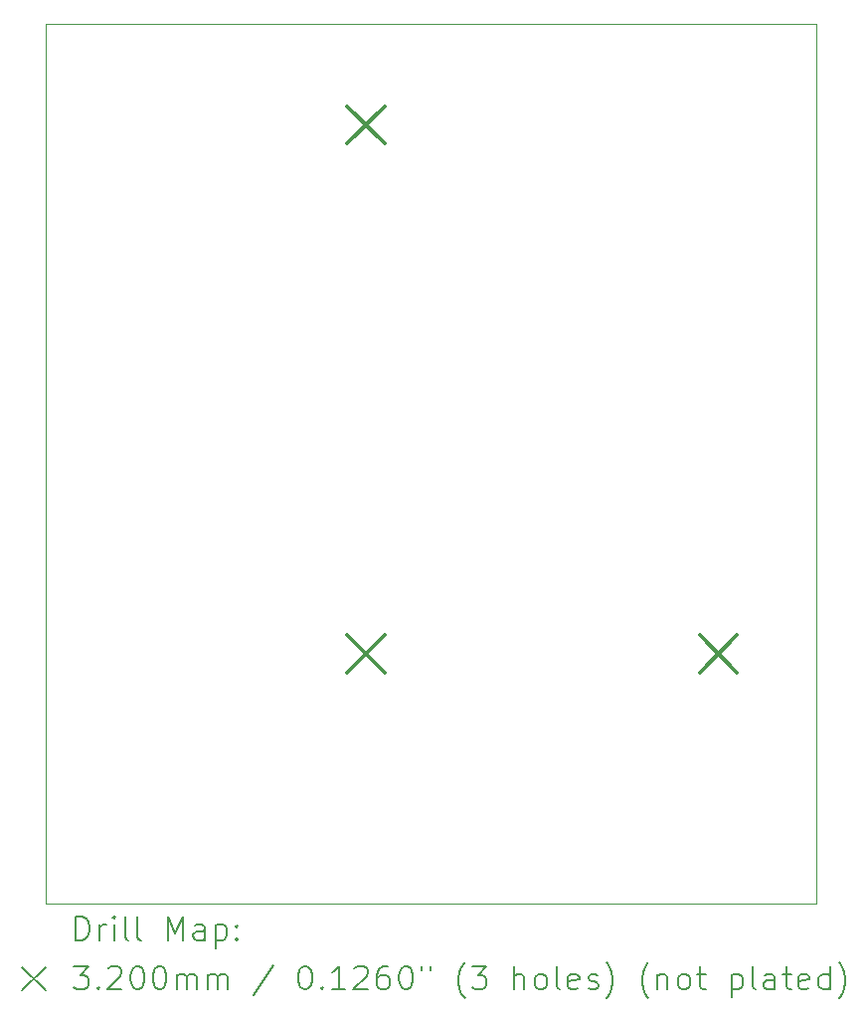
<source format=gbr>
%TF.GenerationSoftware,KiCad,Pcbnew,8.0.3*%
%TF.CreationDate,2025-02-12T02:25:24-08:00*%
%TF.ProjectId,MLU_Breakout,4d4c555f-4272-4656-916b-6f75742e6b69,rev?*%
%TF.SameCoordinates,Original*%
%TF.FileFunction,Drillmap*%
%TF.FilePolarity,Positive*%
%FSLAX45Y45*%
G04 Gerber Fmt 4.5, Leading zero omitted, Abs format (unit mm)*
G04 Created by KiCad (PCBNEW 8.0.3) date 2025-02-12 02:25:24*
%MOMM*%
%LPD*%
G01*
G04 APERTURE LIST*
%ADD10C,0.050000*%
%ADD11C,0.200000*%
%ADD12C,0.320000*%
G04 APERTURE END LIST*
D10*
X13711840Y-6141760D02*
X20271840Y-6141760D01*
X20271840Y-13621760D01*
X13711840Y-13621760D01*
X13711840Y-6141760D01*
D11*
D12*
X16280000Y-6840000D02*
X16600000Y-7160000D01*
X16600000Y-6840000D02*
X16280000Y-7160000D01*
X16280000Y-11340000D02*
X16600000Y-11660000D01*
X16600000Y-11340000D02*
X16280000Y-11660000D01*
X19280000Y-11340000D02*
X19600000Y-11660000D01*
X19600000Y-11340000D02*
X19280000Y-11660000D01*
D11*
X13970117Y-13935744D02*
X13970117Y-13735744D01*
X13970117Y-13735744D02*
X14017736Y-13735744D01*
X14017736Y-13735744D02*
X14046307Y-13745268D01*
X14046307Y-13745268D02*
X14065355Y-13764315D01*
X14065355Y-13764315D02*
X14074879Y-13783363D01*
X14074879Y-13783363D02*
X14084402Y-13821458D01*
X14084402Y-13821458D02*
X14084402Y-13850029D01*
X14084402Y-13850029D02*
X14074879Y-13888125D01*
X14074879Y-13888125D02*
X14065355Y-13907172D01*
X14065355Y-13907172D02*
X14046307Y-13926220D01*
X14046307Y-13926220D02*
X14017736Y-13935744D01*
X14017736Y-13935744D02*
X13970117Y-13935744D01*
X14170117Y-13935744D02*
X14170117Y-13802410D01*
X14170117Y-13840506D02*
X14179641Y-13821458D01*
X14179641Y-13821458D02*
X14189164Y-13811934D01*
X14189164Y-13811934D02*
X14208212Y-13802410D01*
X14208212Y-13802410D02*
X14227260Y-13802410D01*
X14293926Y-13935744D02*
X14293926Y-13802410D01*
X14293926Y-13735744D02*
X14284402Y-13745268D01*
X14284402Y-13745268D02*
X14293926Y-13754791D01*
X14293926Y-13754791D02*
X14303450Y-13745268D01*
X14303450Y-13745268D02*
X14293926Y-13735744D01*
X14293926Y-13735744D02*
X14293926Y-13754791D01*
X14417736Y-13935744D02*
X14398688Y-13926220D01*
X14398688Y-13926220D02*
X14389164Y-13907172D01*
X14389164Y-13907172D02*
X14389164Y-13735744D01*
X14522498Y-13935744D02*
X14503450Y-13926220D01*
X14503450Y-13926220D02*
X14493926Y-13907172D01*
X14493926Y-13907172D02*
X14493926Y-13735744D01*
X14751069Y-13935744D02*
X14751069Y-13735744D01*
X14751069Y-13735744D02*
X14817736Y-13878601D01*
X14817736Y-13878601D02*
X14884402Y-13735744D01*
X14884402Y-13735744D02*
X14884402Y-13935744D01*
X15065355Y-13935744D02*
X15065355Y-13830982D01*
X15065355Y-13830982D02*
X15055831Y-13811934D01*
X15055831Y-13811934D02*
X15036783Y-13802410D01*
X15036783Y-13802410D02*
X14998688Y-13802410D01*
X14998688Y-13802410D02*
X14979641Y-13811934D01*
X15065355Y-13926220D02*
X15046307Y-13935744D01*
X15046307Y-13935744D02*
X14998688Y-13935744D01*
X14998688Y-13935744D02*
X14979641Y-13926220D01*
X14979641Y-13926220D02*
X14970117Y-13907172D01*
X14970117Y-13907172D02*
X14970117Y-13888125D01*
X14970117Y-13888125D02*
X14979641Y-13869077D01*
X14979641Y-13869077D02*
X14998688Y-13859553D01*
X14998688Y-13859553D02*
X15046307Y-13859553D01*
X15046307Y-13859553D02*
X15065355Y-13850029D01*
X15160593Y-13802410D02*
X15160593Y-14002410D01*
X15160593Y-13811934D02*
X15179641Y-13802410D01*
X15179641Y-13802410D02*
X15217736Y-13802410D01*
X15217736Y-13802410D02*
X15236783Y-13811934D01*
X15236783Y-13811934D02*
X15246307Y-13821458D01*
X15246307Y-13821458D02*
X15255831Y-13840506D01*
X15255831Y-13840506D02*
X15255831Y-13897648D01*
X15255831Y-13897648D02*
X15246307Y-13916696D01*
X15246307Y-13916696D02*
X15236783Y-13926220D01*
X15236783Y-13926220D02*
X15217736Y-13935744D01*
X15217736Y-13935744D02*
X15179641Y-13935744D01*
X15179641Y-13935744D02*
X15160593Y-13926220D01*
X15341545Y-13916696D02*
X15351069Y-13926220D01*
X15351069Y-13926220D02*
X15341545Y-13935744D01*
X15341545Y-13935744D02*
X15332022Y-13926220D01*
X15332022Y-13926220D02*
X15341545Y-13916696D01*
X15341545Y-13916696D02*
X15341545Y-13935744D01*
X15341545Y-13811934D02*
X15351069Y-13821458D01*
X15351069Y-13821458D02*
X15341545Y-13830982D01*
X15341545Y-13830982D02*
X15332022Y-13821458D01*
X15332022Y-13821458D02*
X15341545Y-13811934D01*
X15341545Y-13811934D02*
X15341545Y-13830982D01*
X13509340Y-14164260D02*
X13709340Y-14364260D01*
X13709340Y-14164260D02*
X13509340Y-14364260D01*
X13951069Y-14155744D02*
X14074879Y-14155744D01*
X14074879Y-14155744D02*
X14008212Y-14231934D01*
X14008212Y-14231934D02*
X14036783Y-14231934D01*
X14036783Y-14231934D02*
X14055831Y-14241458D01*
X14055831Y-14241458D02*
X14065355Y-14250982D01*
X14065355Y-14250982D02*
X14074879Y-14270029D01*
X14074879Y-14270029D02*
X14074879Y-14317648D01*
X14074879Y-14317648D02*
X14065355Y-14336696D01*
X14065355Y-14336696D02*
X14055831Y-14346220D01*
X14055831Y-14346220D02*
X14036783Y-14355744D01*
X14036783Y-14355744D02*
X13979641Y-14355744D01*
X13979641Y-14355744D02*
X13960593Y-14346220D01*
X13960593Y-14346220D02*
X13951069Y-14336696D01*
X14160593Y-14336696D02*
X14170117Y-14346220D01*
X14170117Y-14346220D02*
X14160593Y-14355744D01*
X14160593Y-14355744D02*
X14151069Y-14346220D01*
X14151069Y-14346220D02*
X14160593Y-14336696D01*
X14160593Y-14336696D02*
X14160593Y-14355744D01*
X14246307Y-14174791D02*
X14255831Y-14165268D01*
X14255831Y-14165268D02*
X14274879Y-14155744D01*
X14274879Y-14155744D02*
X14322498Y-14155744D01*
X14322498Y-14155744D02*
X14341545Y-14165268D01*
X14341545Y-14165268D02*
X14351069Y-14174791D01*
X14351069Y-14174791D02*
X14360593Y-14193839D01*
X14360593Y-14193839D02*
X14360593Y-14212887D01*
X14360593Y-14212887D02*
X14351069Y-14241458D01*
X14351069Y-14241458D02*
X14236783Y-14355744D01*
X14236783Y-14355744D02*
X14360593Y-14355744D01*
X14484402Y-14155744D02*
X14503450Y-14155744D01*
X14503450Y-14155744D02*
X14522498Y-14165268D01*
X14522498Y-14165268D02*
X14532022Y-14174791D01*
X14532022Y-14174791D02*
X14541545Y-14193839D01*
X14541545Y-14193839D02*
X14551069Y-14231934D01*
X14551069Y-14231934D02*
X14551069Y-14279553D01*
X14551069Y-14279553D02*
X14541545Y-14317648D01*
X14541545Y-14317648D02*
X14532022Y-14336696D01*
X14532022Y-14336696D02*
X14522498Y-14346220D01*
X14522498Y-14346220D02*
X14503450Y-14355744D01*
X14503450Y-14355744D02*
X14484402Y-14355744D01*
X14484402Y-14355744D02*
X14465355Y-14346220D01*
X14465355Y-14346220D02*
X14455831Y-14336696D01*
X14455831Y-14336696D02*
X14446307Y-14317648D01*
X14446307Y-14317648D02*
X14436783Y-14279553D01*
X14436783Y-14279553D02*
X14436783Y-14231934D01*
X14436783Y-14231934D02*
X14446307Y-14193839D01*
X14446307Y-14193839D02*
X14455831Y-14174791D01*
X14455831Y-14174791D02*
X14465355Y-14165268D01*
X14465355Y-14165268D02*
X14484402Y-14155744D01*
X14674879Y-14155744D02*
X14693926Y-14155744D01*
X14693926Y-14155744D02*
X14712974Y-14165268D01*
X14712974Y-14165268D02*
X14722498Y-14174791D01*
X14722498Y-14174791D02*
X14732022Y-14193839D01*
X14732022Y-14193839D02*
X14741545Y-14231934D01*
X14741545Y-14231934D02*
X14741545Y-14279553D01*
X14741545Y-14279553D02*
X14732022Y-14317648D01*
X14732022Y-14317648D02*
X14722498Y-14336696D01*
X14722498Y-14336696D02*
X14712974Y-14346220D01*
X14712974Y-14346220D02*
X14693926Y-14355744D01*
X14693926Y-14355744D02*
X14674879Y-14355744D01*
X14674879Y-14355744D02*
X14655831Y-14346220D01*
X14655831Y-14346220D02*
X14646307Y-14336696D01*
X14646307Y-14336696D02*
X14636783Y-14317648D01*
X14636783Y-14317648D02*
X14627260Y-14279553D01*
X14627260Y-14279553D02*
X14627260Y-14231934D01*
X14627260Y-14231934D02*
X14636783Y-14193839D01*
X14636783Y-14193839D02*
X14646307Y-14174791D01*
X14646307Y-14174791D02*
X14655831Y-14165268D01*
X14655831Y-14165268D02*
X14674879Y-14155744D01*
X14827260Y-14355744D02*
X14827260Y-14222410D01*
X14827260Y-14241458D02*
X14836783Y-14231934D01*
X14836783Y-14231934D02*
X14855831Y-14222410D01*
X14855831Y-14222410D02*
X14884403Y-14222410D01*
X14884403Y-14222410D02*
X14903450Y-14231934D01*
X14903450Y-14231934D02*
X14912974Y-14250982D01*
X14912974Y-14250982D02*
X14912974Y-14355744D01*
X14912974Y-14250982D02*
X14922498Y-14231934D01*
X14922498Y-14231934D02*
X14941545Y-14222410D01*
X14941545Y-14222410D02*
X14970117Y-14222410D01*
X14970117Y-14222410D02*
X14989164Y-14231934D01*
X14989164Y-14231934D02*
X14998688Y-14250982D01*
X14998688Y-14250982D02*
X14998688Y-14355744D01*
X15093926Y-14355744D02*
X15093926Y-14222410D01*
X15093926Y-14241458D02*
X15103450Y-14231934D01*
X15103450Y-14231934D02*
X15122498Y-14222410D01*
X15122498Y-14222410D02*
X15151069Y-14222410D01*
X15151069Y-14222410D02*
X15170117Y-14231934D01*
X15170117Y-14231934D02*
X15179641Y-14250982D01*
X15179641Y-14250982D02*
X15179641Y-14355744D01*
X15179641Y-14250982D02*
X15189164Y-14231934D01*
X15189164Y-14231934D02*
X15208212Y-14222410D01*
X15208212Y-14222410D02*
X15236783Y-14222410D01*
X15236783Y-14222410D02*
X15255831Y-14231934D01*
X15255831Y-14231934D02*
X15265355Y-14250982D01*
X15265355Y-14250982D02*
X15265355Y-14355744D01*
X15655831Y-14146220D02*
X15484403Y-14403363D01*
X15912974Y-14155744D02*
X15932022Y-14155744D01*
X15932022Y-14155744D02*
X15951069Y-14165268D01*
X15951069Y-14165268D02*
X15960593Y-14174791D01*
X15960593Y-14174791D02*
X15970117Y-14193839D01*
X15970117Y-14193839D02*
X15979641Y-14231934D01*
X15979641Y-14231934D02*
X15979641Y-14279553D01*
X15979641Y-14279553D02*
X15970117Y-14317648D01*
X15970117Y-14317648D02*
X15960593Y-14336696D01*
X15960593Y-14336696D02*
X15951069Y-14346220D01*
X15951069Y-14346220D02*
X15932022Y-14355744D01*
X15932022Y-14355744D02*
X15912974Y-14355744D01*
X15912974Y-14355744D02*
X15893926Y-14346220D01*
X15893926Y-14346220D02*
X15884403Y-14336696D01*
X15884403Y-14336696D02*
X15874879Y-14317648D01*
X15874879Y-14317648D02*
X15865355Y-14279553D01*
X15865355Y-14279553D02*
X15865355Y-14231934D01*
X15865355Y-14231934D02*
X15874879Y-14193839D01*
X15874879Y-14193839D02*
X15884403Y-14174791D01*
X15884403Y-14174791D02*
X15893926Y-14165268D01*
X15893926Y-14165268D02*
X15912974Y-14155744D01*
X16065355Y-14336696D02*
X16074879Y-14346220D01*
X16074879Y-14346220D02*
X16065355Y-14355744D01*
X16065355Y-14355744D02*
X16055831Y-14346220D01*
X16055831Y-14346220D02*
X16065355Y-14336696D01*
X16065355Y-14336696D02*
X16065355Y-14355744D01*
X16265355Y-14355744D02*
X16151069Y-14355744D01*
X16208212Y-14355744D02*
X16208212Y-14155744D01*
X16208212Y-14155744D02*
X16189165Y-14184315D01*
X16189165Y-14184315D02*
X16170117Y-14203363D01*
X16170117Y-14203363D02*
X16151069Y-14212887D01*
X16341546Y-14174791D02*
X16351069Y-14165268D01*
X16351069Y-14165268D02*
X16370117Y-14155744D01*
X16370117Y-14155744D02*
X16417736Y-14155744D01*
X16417736Y-14155744D02*
X16436784Y-14165268D01*
X16436784Y-14165268D02*
X16446307Y-14174791D01*
X16446307Y-14174791D02*
X16455831Y-14193839D01*
X16455831Y-14193839D02*
X16455831Y-14212887D01*
X16455831Y-14212887D02*
X16446307Y-14241458D01*
X16446307Y-14241458D02*
X16332022Y-14355744D01*
X16332022Y-14355744D02*
X16455831Y-14355744D01*
X16627260Y-14155744D02*
X16589165Y-14155744D01*
X16589165Y-14155744D02*
X16570117Y-14165268D01*
X16570117Y-14165268D02*
X16560593Y-14174791D01*
X16560593Y-14174791D02*
X16541546Y-14203363D01*
X16541546Y-14203363D02*
X16532022Y-14241458D01*
X16532022Y-14241458D02*
X16532022Y-14317648D01*
X16532022Y-14317648D02*
X16541546Y-14336696D01*
X16541546Y-14336696D02*
X16551069Y-14346220D01*
X16551069Y-14346220D02*
X16570117Y-14355744D01*
X16570117Y-14355744D02*
X16608212Y-14355744D01*
X16608212Y-14355744D02*
X16627260Y-14346220D01*
X16627260Y-14346220D02*
X16636784Y-14336696D01*
X16636784Y-14336696D02*
X16646307Y-14317648D01*
X16646307Y-14317648D02*
X16646307Y-14270029D01*
X16646307Y-14270029D02*
X16636784Y-14250982D01*
X16636784Y-14250982D02*
X16627260Y-14241458D01*
X16627260Y-14241458D02*
X16608212Y-14231934D01*
X16608212Y-14231934D02*
X16570117Y-14231934D01*
X16570117Y-14231934D02*
X16551069Y-14241458D01*
X16551069Y-14241458D02*
X16541546Y-14250982D01*
X16541546Y-14250982D02*
X16532022Y-14270029D01*
X16770117Y-14155744D02*
X16789165Y-14155744D01*
X16789165Y-14155744D02*
X16808212Y-14165268D01*
X16808212Y-14165268D02*
X16817736Y-14174791D01*
X16817736Y-14174791D02*
X16827260Y-14193839D01*
X16827260Y-14193839D02*
X16836784Y-14231934D01*
X16836784Y-14231934D02*
X16836784Y-14279553D01*
X16836784Y-14279553D02*
X16827260Y-14317648D01*
X16827260Y-14317648D02*
X16817736Y-14336696D01*
X16817736Y-14336696D02*
X16808212Y-14346220D01*
X16808212Y-14346220D02*
X16789165Y-14355744D01*
X16789165Y-14355744D02*
X16770117Y-14355744D01*
X16770117Y-14355744D02*
X16751069Y-14346220D01*
X16751069Y-14346220D02*
X16741546Y-14336696D01*
X16741546Y-14336696D02*
X16732022Y-14317648D01*
X16732022Y-14317648D02*
X16722498Y-14279553D01*
X16722498Y-14279553D02*
X16722498Y-14231934D01*
X16722498Y-14231934D02*
X16732022Y-14193839D01*
X16732022Y-14193839D02*
X16741546Y-14174791D01*
X16741546Y-14174791D02*
X16751069Y-14165268D01*
X16751069Y-14165268D02*
X16770117Y-14155744D01*
X16912974Y-14155744D02*
X16912974Y-14193839D01*
X16989165Y-14155744D02*
X16989165Y-14193839D01*
X17284403Y-14431934D02*
X17274879Y-14422410D01*
X17274879Y-14422410D02*
X17255831Y-14393839D01*
X17255831Y-14393839D02*
X17246308Y-14374791D01*
X17246308Y-14374791D02*
X17236784Y-14346220D01*
X17236784Y-14346220D02*
X17227260Y-14298601D01*
X17227260Y-14298601D02*
X17227260Y-14260506D01*
X17227260Y-14260506D02*
X17236784Y-14212887D01*
X17236784Y-14212887D02*
X17246308Y-14184315D01*
X17246308Y-14184315D02*
X17255831Y-14165268D01*
X17255831Y-14165268D02*
X17274879Y-14136696D01*
X17274879Y-14136696D02*
X17284403Y-14127172D01*
X17341546Y-14155744D02*
X17465355Y-14155744D01*
X17465355Y-14155744D02*
X17398689Y-14231934D01*
X17398689Y-14231934D02*
X17427260Y-14231934D01*
X17427260Y-14231934D02*
X17446308Y-14241458D01*
X17446308Y-14241458D02*
X17455831Y-14250982D01*
X17455831Y-14250982D02*
X17465355Y-14270029D01*
X17465355Y-14270029D02*
X17465355Y-14317648D01*
X17465355Y-14317648D02*
X17455831Y-14336696D01*
X17455831Y-14336696D02*
X17446308Y-14346220D01*
X17446308Y-14346220D02*
X17427260Y-14355744D01*
X17427260Y-14355744D02*
X17370117Y-14355744D01*
X17370117Y-14355744D02*
X17351070Y-14346220D01*
X17351070Y-14346220D02*
X17341546Y-14336696D01*
X17703451Y-14355744D02*
X17703451Y-14155744D01*
X17789165Y-14355744D02*
X17789165Y-14250982D01*
X17789165Y-14250982D02*
X17779641Y-14231934D01*
X17779641Y-14231934D02*
X17760593Y-14222410D01*
X17760593Y-14222410D02*
X17732022Y-14222410D01*
X17732022Y-14222410D02*
X17712974Y-14231934D01*
X17712974Y-14231934D02*
X17703451Y-14241458D01*
X17912974Y-14355744D02*
X17893927Y-14346220D01*
X17893927Y-14346220D02*
X17884403Y-14336696D01*
X17884403Y-14336696D02*
X17874879Y-14317648D01*
X17874879Y-14317648D02*
X17874879Y-14260506D01*
X17874879Y-14260506D02*
X17884403Y-14241458D01*
X17884403Y-14241458D02*
X17893927Y-14231934D01*
X17893927Y-14231934D02*
X17912974Y-14222410D01*
X17912974Y-14222410D02*
X17941546Y-14222410D01*
X17941546Y-14222410D02*
X17960593Y-14231934D01*
X17960593Y-14231934D02*
X17970117Y-14241458D01*
X17970117Y-14241458D02*
X17979641Y-14260506D01*
X17979641Y-14260506D02*
X17979641Y-14317648D01*
X17979641Y-14317648D02*
X17970117Y-14336696D01*
X17970117Y-14336696D02*
X17960593Y-14346220D01*
X17960593Y-14346220D02*
X17941546Y-14355744D01*
X17941546Y-14355744D02*
X17912974Y-14355744D01*
X18093927Y-14355744D02*
X18074879Y-14346220D01*
X18074879Y-14346220D02*
X18065355Y-14327172D01*
X18065355Y-14327172D02*
X18065355Y-14155744D01*
X18246308Y-14346220D02*
X18227260Y-14355744D01*
X18227260Y-14355744D02*
X18189165Y-14355744D01*
X18189165Y-14355744D02*
X18170117Y-14346220D01*
X18170117Y-14346220D02*
X18160593Y-14327172D01*
X18160593Y-14327172D02*
X18160593Y-14250982D01*
X18160593Y-14250982D02*
X18170117Y-14231934D01*
X18170117Y-14231934D02*
X18189165Y-14222410D01*
X18189165Y-14222410D02*
X18227260Y-14222410D01*
X18227260Y-14222410D02*
X18246308Y-14231934D01*
X18246308Y-14231934D02*
X18255832Y-14250982D01*
X18255832Y-14250982D02*
X18255832Y-14270029D01*
X18255832Y-14270029D02*
X18160593Y-14289077D01*
X18332022Y-14346220D02*
X18351070Y-14355744D01*
X18351070Y-14355744D02*
X18389165Y-14355744D01*
X18389165Y-14355744D02*
X18408213Y-14346220D01*
X18408213Y-14346220D02*
X18417736Y-14327172D01*
X18417736Y-14327172D02*
X18417736Y-14317648D01*
X18417736Y-14317648D02*
X18408213Y-14298601D01*
X18408213Y-14298601D02*
X18389165Y-14289077D01*
X18389165Y-14289077D02*
X18360593Y-14289077D01*
X18360593Y-14289077D02*
X18341546Y-14279553D01*
X18341546Y-14279553D02*
X18332022Y-14260506D01*
X18332022Y-14260506D02*
X18332022Y-14250982D01*
X18332022Y-14250982D02*
X18341546Y-14231934D01*
X18341546Y-14231934D02*
X18360593Y-14222410D01*
X18360593Y-14222410D02*
X18389165Y-14222410D01*
X18389165Y-14222410D02*
X18408213Y-14231934D01*
X18484403Y-14431934D02*
X18493927Y-14422410D01*
X18493927Y-14422410D02*
X18512974Y-14393839D01*
X18512974Y-14393839D02*
X18522498Y-14374791D01*
X18522498Y-14374791D02*
X18532022Y-14346220D01*
X18532022Y-14346220D02*
X18541546Y-14298601D01*
X18541546Y-14298601D02*
X18541546Y-14260506D01*
X18541546Y-14260506D02*
X18532022Y-14212887D01*
X18532022Y-14212887D02*
X18522498Y-14184315D01*
X18522498Y-14184315D02*
X18512974Y-14165268D01*
X18512974Y-14165268D02*
X18493927Y-14136696D01*
X18493927Y-14136696D02*
X18484403Y-14127172D01*
X18846308Y-14431934D02*
X18836784Y-14422410D01*
X18836784Y-14422410D02*
X18817736Y-14393839D01*
X18817736Y-14393839D02*
X18808213Y-14374791D01*
X18808213Y-14374791D02*
X18798689Y-14346220D01*
X18798689Y-14346220D02*
X18789165Y-14298601D01*
X18789165Y-14298601D02*
X18789165Y-14260506D01*
X18789165Y-14260506D02*
X18798689Y-14212887D01*
X18798689Y-14212887D02*
X18808213Y-14184315D01*
X18808213Y-14184315D02*
X18817736Y-14165268D01*
X18817736Y-14165268D02*
X18836784Y-14136696D01*
X18836784Y-14136696D02*
X18846308Y-14127172D01*
X18922498Y-14222410D02*
X18922498Y-14355744D01*
X18922498Y-14241458D02*
X18932022Y-14231934D01*
X18932022Y-14231934D02*
X18951070Y-14222410D01*
X18951070Y-14222410D02*
X18979641Y-14222410D01*
X18979641Y-14222410D02*
X18998689Y-14231934D01*
X18998689Y-14231934D02*
X19008213Y-14250982D01*
X19008213Y-14250982D02*
X19008213Y-14355744D01*
X19132022Y-14355744D02*
X19112974Y-14346220D01*
X19112974Y-14346220D02*
X19103451Y-14336696D01*
X19103451Y-14336696D02*
X19093927Y-14317648D01*
X19093927Y-14317648D02*
X19093927Y-14260506D01*
X19093927Y-14260506D02*
X19103451Y-14241458D01*
X19103451Y-14241458D02*
X19112974Y-14231934D01*
X19112974Y-14231934D02*
X19132022Y-14222410D01*
X19132022Y-14222410D02*
X19160594Y-14222410D01*
X19160594Y-14222410D02*
X19179641Y-14231934D01*
X19179641Y-14231934D02*
X19189165Y-14241458D01*
X19189165Y-14241458D02*
X19198689Y-14260506D01*
X19198689Y-14260506D02*
X19198689Y-14317648D01*
X19198689Y-14317648D02*
X19189165Y-14336696D01*
X19189165Y-14336696D02*
X19179641Y-14346220D01*
X19179641Y-14346220D02*
X19160594Y-14355744D01*
X19160594Y-14355744D02*
X19132022Y-14355744D01*
X19255832Y-14222410D02*
X19332022Y-14222410D01*
X19284403Y-14155744D02*
X19284403Y-14327172D01*
X19284403Y-14327172D02*
X19293927Y-14346220D01*
X19293927Y-14346220D02*
X19312974Y-14355744D01*
X19312974Y-14355744D02*
X19332022Y-14355744D01*
X19551070Y-14222410D02*
X19551070Y-14422410D01*
X19551070Y-14231934D02*
X19570117Y-14222410D01*
X19570117Y-14222410D02*
X19608213Y-14222410D01*
X19608213Y-14222410D02*
X19627260Y-14231934D01*
X19627260Y-14231934D02*
X19636784Y-14241458D01*
X19636784Y-14241458D02*
X19646308Y-14260506D01*
X19646308Y-14260506D02*
X19646308Y-14317648D01*
X19646308Y-14317648D02*
X19636784Y-14336696D01*
X19636784Y-14336696D02*
X19627260Y-14346220D01*
X19627260Y-14346220D02*
X19608213Y-14355744D01*
X19608213Y-14355744D02*
X19570117Y-14355744D01*
X19570117Y-14355744D02*
X19551070Y-14346220D01*
X19760594Y-14355744D02*
X19741546Y-14346220D01*
X19741546Y-14346220D02*
X19732022Y-14327172D01*
X19732022Y-14327172D02*
X19732022Y-14155744D01*
X19922498Y-14355744D02*
X19922498Y-14250982D01*
X19922498Y-14250982D02*
X19912975Y-14231934D01*
X19912975Y-14231934D02*
X19893927Y-14222410D01*
X19893927Y-14222410D02*
X19855832Y-14222410D01*
X19855832Y-14222410D02*
X19836784Y-14231934D01*
X19922498Y-14346220D02*
X19903451Y-14355744D01*
X19903451Y-14355744D02*
X19855832Y-14355744D01*
X19855832Y-14355744D02*
X19836784Y-14346220D01*
X19836784Y-14346220D02*
X19827260Y-14327172D01*
X19827260Y-14327172D02*
X19827260Y-14308125D01*
X19827260Y-14308125D02*
X19836784Y-14289077D01*
X19836784Y-14289077D02*
X19855832Y-14279553D01*
X19855832Y-14279553D02*
X19903451Y-14279553D01*
X19903451Y-14279553D02*
X19922498Y-14270029D01*
X19989165Y-14222410D02*
X20065355Y-14222410D01*
X20017736Y-14155744D02*
X20017736Y-14327172D01*
X20017736Y-14327172D02*
X20027260Y-14346220D01*
X20027260Y-14346220D02*
X20046308Y-14355744D01*
X20046308Y-14355744D02*
X20065355Y-14355744D01*
X20208213Y-14346220D02*
X20189165Y-14355744D01*
X20189165Y-14355744D02*
X20151070Y-14355744D01*
X20151070Y-14355744D02*
X20132022Y-14346220D01*
X20132022Y-14346220D02*
X20122498Y-14327172D01*
X20122498Y-14327172D02*
X20122498Y-14250982D01*
X20122498Y-14250982D02*
X20132022Y-14231934D01*
X20132022Y-14231934D02*
X20151070Y-14222410D01*
X20151070Y-14222410D02*
X20189165Y-14222410D01*
X20189165Y-14222410D02*
X20208213Y-14231934D01*
X20208213Y-14231934D02*
X20217736Y-14250982D01*
X20217736Y-14250982D02*
X20217736Y-14270029D01*
X20217736Y-14270029D02*
X20122498Y-14289077D01*
X20389165Y-14355744D02*
X20389165Y-14155744D01*
X20389165Y-14346220D02*
X20370117Y-14355744D01*
X20370117Y-14355744D02*
X20332022Y-14355744D01*
X20332022Y-14355744D02*
X20312975Y-14346220D01*
X20312975Y-14346220D02*
X20303451Y-14336696D01*
X20303451Y-14336696D02*
X20293927Y-14317648D01*
X20293927Y-14317648D02*
X20293927Y-14260506D01*
X20293927Y-14260506D02*
X20303451Y-14241458D01*
X20303451Y-14241458D02*
X20312975Y-14231934D01*
X20312975Y-14231934D02*
X20332022Y-14222410D01*
X20332022Y-14222410D02*
X20370117Y-14222410D01*
X20370117Y-14222410D02*
X20389165Y-14231934D01*
X20465356Y-14431934D02*
X20474879Y-14422410D01*
X20474879Y-14422410D02*
X20493927Y-14393839D01*
X20493927Y-14393839D02*
X20503451Y-14374791D01*
X20503451Y-14374791D02*
X20512975Y-14346220D01*
X20512975Y-14346220D02*
X20522498Y-14298601D01*
X20522498Y-14298601D02*
X20522498Y-14260506D01*
X20522498Y-14260506D02*
X20512975Y-14212887D01*
X20512975Y-14212887D02*
X20503451Y-14184315D01*
X20503451Y-14184315D02*
X20493927Y-14165268D01*
X20493927Y-14165268D02*
X20474879Y-14136696D01*
X20474879Y-14136696D02*
X20465356Y-14127172D01*
M02*

</source>
